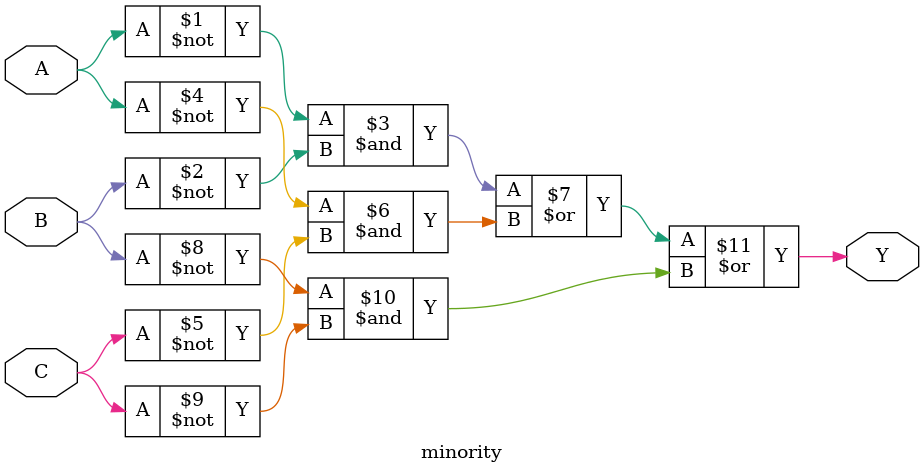
<source format=v>
module minority(A,B,C,Y);
    input A,B,C;
    output Y;

    assign Y = ~A & ~B | ~A & ~C | ~B & ~C;
endmodule
</source>
